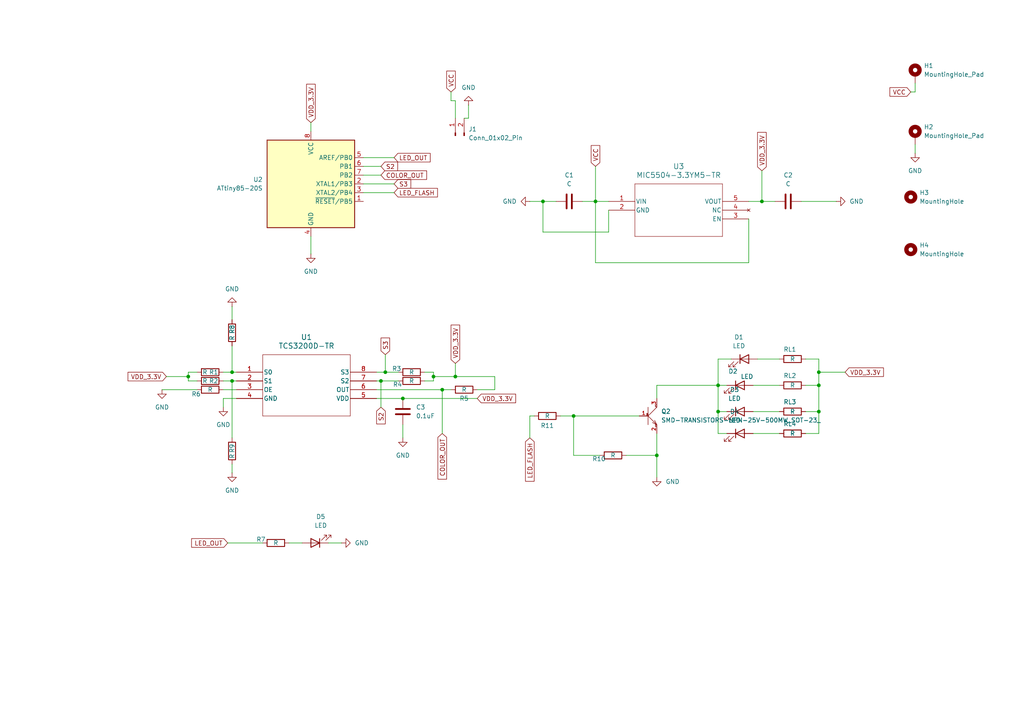
<source format=kicad_sch>
(kicad_sch (version 20231120) (generator "eeschema") (generator_version "8.0")
  (paper "A4")
  (lib_symbols
    (symbol "Connector:Conn_01x02_Pin" (pin_names (offset 1.016) hide)
      (property "Reference" "J" (at 0 2.54 0))
      (property "Value" "Conn_01x02_Pin" (at 0 -5.08 0))
      (symbol "Conn_01x02_Pin_1_1"
        (polyline (pts (xy 1.27 -2.54) (xy 0.8636 -2.54)) (stroke (width 0.1524)))
        (polyline (pts (xy 1.27 0) (xy 0.8636 0)) (stroke (width 0.1524)))
        (rectangle (start 0.8636 -2.413) (end 0 -2.667) (stroke (width 0.1524)) (fill (type outline)))
        (rectangle (start 0.8636 0.127) (end 0 -0.127) (stroke (width 0.1524)) (fill (type outline)))
        (pin passive line (at 5.08 0 180) (length 3.81) (name "Pin_1") (number "1"))
        (pin passive line (at 5.08 -2.54 180) (length 3.81) (name "Pin_2") (number "2"))
      )
    )
    (symbol "Device:C" (pin_numbers hide) (pin_names (offset 0.254))
      (property "Reference" "C" (at 0.635 2.54 0))
      (property "Value" "C" (at 0.635 -2.54 0))
      (symbol "C_0_1"
        (polyline (pts (xy -2.032 -0.762) (xy 2.032 -0.762)) (stroke (width 0.508)))
        (polyline (pts (xy -2.032 0.762) (xy 2.032 0.762)) (stroke (width 0.508)))
      )
      (symbol "C_1_1"
        (pin passive line (at 0 3.81 270) (length 2.794) (name "~") (number "1"))
        (pin passive line (at 0 -3.81 90) (length 2.794) (name "~") (number "2"))
      )
    )
    (symbol "Device:LED" (pin_numbers hide) (pin_names (offset 1.016) hide)
      (property "Reference" "D" (at 0 2.54 0))
      (property "Value" "LED" (at 0 -2.54 0))
      (symbol "LED_0_1"
        (polyline (pts (xy -1.27 -1.27) (xy -1.27 1.27)) (stroke (width 0.254)))
        (polyline (pts (xy -1.27 0) (xy 1.27 0)))
        (polyline (pts (xy 1.27 -1.27) (xy 1.27 1.27) (xy -1.27 0) (xy 1.27 -1.27)) (stroke (width 0.254)))
        (polyline (pts (xy -3.048 -0.762) (xy -4.572 -2.286) (xy -3.81 -2.286) (xy -4.572 -2.286) (xy -4.572 -1.524)))
        (polyline (pts (xy -1.778 -0.762) (xy -3.302 -2.286) (xy -2.54 -2.286) (xy -3.302 -2.286) (xy -3.302 -1.524)))
      )
      (symbol "LED_1_1"
        (pin passive line (at -3.81 0 0) (length 2.54) (name "K") (number "1"))
        (pin passive line (at 3.81 0 180) (length 2.54) (name "A") (number "2"))
      )
    )
    (symbol "Device:R" (pin_numbers hide) (pin_names (offset 0))
      (property "Reference" "R" (at 2.032 0 90))
      (property "Value" "R" (at 0 0 90))
      (symbol "R_0_1"
        (rectangle (start -1.016 -2.54) (end 1.016 2.54) (stroke (width 0.254)))
      )
      (symbol "R_1_1"
        (pin passive line (at 0 3.81 270) (length 1.27) (name "~") (number "1"))
        (pin passive line (at 0 -3.81 90) (length 1.27) (name "~") (number "2"))
      )
    )
    (symbol "MCU_Microchip_ATtiny:ATtiny85-20S"
      (property "Reference" "U" (at -12.7 13.97 0))
      (property "Value" "ATtiny85-20S" (at 2.54 -13.97 0))
      (symbol "ATtiny85-20S_0_1"
        (rectangle (start -12.7 -12.7) (end 12.7 12.7) (stroke (width 0.254)) (fill (type background)))
      )
      (symbol "ATtiny85-20S_1_1"
        (pin bidirectional line (at 15.24 -5.08 180) (length 2.54) (name "~{RESET}/PB5") (number "1"))
        (pin bidirectional line (at 15.24 0 180) (length 2.54) (name "XTAL1/PB3") (number "2"))
        (pin bidirectional line (at 15.24 -2.54 180) (length 2.54) (name "XTAL2/PB4") (number "3"))
        (pin power_in line (at 0 -15.24 90) (length 2.54) (name "GND") (number "4"))
        (pin bidirectional line (at 15.24 7.62 180) (length 2.54) (name "AREF/PB0") (number "5"))
        (pin bidirectional line (at 15.24 5.08 180) (length 2.54) (name "PB1") (number "6"))
        (pin bidirectional line (at 15.24 2.54 180) (length 2.54) (name "PB2") (number "7"))
        (pin power_in line (at 0 15.24 270) (length 2.54) (name "VCC") (number "8"))
      )
    )
    (symbol "MIC5504:MIC5504-3.3YM5-TR" (pin_names (offset 0.254))
      (property "Reference" "U" (at 20.32 10.16 0))
      (property "Value" "MIC5504-3.3YM5-TR" (at 20.32 7.62 0))
      (symbol "MIC5504-3.3YM5-TR_0_1"
        (polyline (pts (xy 7.62 -10.16) (xy 33.02 -10.16)) (stroke (width 0.127)))
        (polyline (pts (xy 7.62 5.08) (xy 7.62 -10.16)) (stroke (width 0.127)))
        (polyline (pts (xy 33.02 -10.16) (xy 33.02 5.08)) (stroke (width 0.127)))
        (polyline (pts (xy 33.02 5.08) (xy 7.62 5.08)) (stroke (width 0.127)))
        (pin input line (at 0 0 0) (length 7.62) (name "VIN") (number "1"))
        (pin power_in line (at 0 -2.54 0) (length 7.62) (name "GND") (number "2"))
        (pin input line (at 40.64 -5.08 180) (length 7.62) (name "EN") (number "3"))
        (pin no_connect line (at 40.64 -2.54 180) (length 7.62) (name "NC") (number "4"))
        (pin output line (at 40.64 0 180) (length 7.62) (name "VOUT") (number "5"))
      )
    )
    (symbol "Mechanical:MountingHole" (pin_names (offset 1.016)) (exclude_from_sim yes) (in_bom no)
      (property "Reference" "H" (at 0 5.08 0))
      (property "Value" "MountingHole" (at 0 3.175 0))
      (symbol "MountingHole_0_1"
        (circle (center 0 0) (radius 1.27) (stroke (width 1.27)))
      )
    )
    (symbol "Mechanical:MountingHole_Pad" (pin_numbers hide) (pin_names (offset 1.016) hide) (exclude_from_sim yes) (in_bom no)
      (property "Reference" "H" (at 0 6.35 0))
      (property "Value" "MountingHole_Pad" (at 0 4.445 0))
      (symbol "MountingHole_Pad_0_1"
        (circle (center 0 1.27) (radius 1.27) (stroke (width 1.27)))
      )
      (symbol "MountingHole_Pad_1_1"
        (pin input line (at 0 -2.54 90) (length 2.54) (name "1") (number "1"))
      )
    )
    (symbol "S8050:SMD-TRANSISTORS-NPN-25V-500MW_SOT-23_" (pin_names (offset 1.016))
      (property "Reference" "Q" (at -2.5444 2.5444 0))
      (property "Value" "SMD-TRANSISTORS-NPN-25V-500MW_SOT-23_" (at 3.8126 2.5418 0))
      (symbol "SMD-TRANSISTORS-NPN-25V-500MW_SOT-23__0_0"
        (polyline (pts (xy 0 -2.54) (xy 0 0)) (stroke (width 0.1524)))
        (polyline (pts (xy 0 0) (xy 0 2.54)) (stroke (width 0.1524)))
        (polyline (pts (xy 0 0) (xy 2.54 -2.54)) (stroke (width 0.1524)))
        (polyline (pts (xy 0 0) (xy 2.54 2.54)) (stroke (width 0.1524)))
        (polyline (pts (xy 2.54 -2.54) (xy 1.27 -1.905)) (stroke (width 0.1524)))
        (polyline (pts (xy 2.54 -2.54) (xy 1.905 -1.27)) (stroke (width 0.1524)))
        (text "B" (at -0.6355 0 0) (effects (font (size 0.6355 0.6355)) (justify left bottom)))
        (text "C" (at 1.9071 2.5427 0) (effects (font (size 0.6357 0.6357)) (justify left bottom)))
        (text "E" (at 1.9062 -3.177 0) (effects (font (size 0.6354 0.6354)) (justify left bottom)))
        (pin passive line (at -2.54 0 0) (length 2.54) (name "~") (number "1"))
        (pin passive line (at 2.54 -5.08 90) (length 2.54) (name "~") (number "2"))
        (pin passive line (at 2.54 5.08 270) (length 2.54) (name "~") (number "3"))
      )
    )
    (symbol "TCS3200:TCS3200D-TR" (pin_names (offset 0.254))
      (property "Reference" "U" (at 20.32 10.16 0))
      (property "Value" "TCS3200D-TR" (at 20.32 7.62 0))
      (symbol "TCS3200D-TR_0_1"
        (polyline (pts (xy 7.62 -12.7) (xy 33.02 -12.7)) (stroke (width 0.127)))
        (polyline (pts (xy 7.62 5.08) (xy 7.62 -12.7)) (stroke (width 0.127)))
        (polyline (pts (xy 33.02 -12.7) (xy 33.02 5.08)) (stroke (width 0.127)))
        (polyline (pts (xy 33.02 5.08) (xy 7.62 5.08)) (stroke (width 0.127)))
        (pin unspecified line (at 0 0 0) (length 7.62) (name "S0") (number "1"))
        (pin unspecified line (at 0 -2.54 0) (length 7.62) (name "S1") (number "2"))
        (pin unspecified line (at 0 -5.08 0) (length 7.62) (name "OE") (number "3"))
        (pin unspecified line (at 0 -7.62 0) (length 7.62) (name "GND") (number "4"))
        (pin unspecified line (at 40.64 -7.62 180) (length 7.62) (name "VDD") (number "5"))
        (pin unspecified line (at 40.64 -5.08 180) (length 7.62) (name "OUT") (number "6"))
        (pin unspecified line (at 40.64 -2.54 180) (length 7.62) (name "S2") (number "7"))
        (pin unspecified line (at 40.64 0 180) (length 7.62) (name "S3") (number "8"))
      )
    )
    (symbol "power:GND" (power) (pin_numbers hide) (pin_names (offset 0) hide)
      (property "Value" "GND" (at 0 -3.81 0))
      (symbol "GND_0_1"
        (polyline (pts (xy 0 0) (xy 0 -1.27) (xy 1.27 -1.27) (xy 0 -2.54) (xy -1.27 -1.27) (xy 0 -1.27)))
      )
      (symbol "GND_1_1"
        (pin power_in line (at 0 0 270) (length 0) (name "~") (number "1"))
      )
    )
  )
  (junction (at 237.49 111.76))
  (junction (at 67.31 110.49))
  (junction (at 237.49 119.38))
  (junction (at 166.37 120.65))
  (junction (at 110.49 110.49))
  (junction (at 190.5 132.08))
  (junction (at 125.73 109.22))
  (junction (at 128.27 113.03))
  (junction (at 132.08 109.22))
  (junction (at 116.84 115.57))
  (junction (at 208.28 111.76))
  (junction (at 54.61 109.22))
  (junction (at 208.28 119.38))
  (junction (at 111.76 107.95))
  (junction (at 67.31 107.95))
  (junction (at 237.49 107.95))
  (junction (at 172.72 58.42))
  (junction (at 157.48 58.42))
  (junction (at 220.98 58.42))
  (wire (pts (xy 95.25 157.48) (xy 99.06 157.48)))
  (wire (pts (xy 208.28 104.14) (xy 208.28 111.76)))
  (wire (pts (xy 157.48 67.31) (xy 157.48 58.42)))
  (wire (pts (xy 54.61 109.22) (xy 54.61 110.49)))
  (wire (pts (xy 83.82 157.48) (xy 87.63 157.48)))
  (wire (pts (xy 190.5 125.73) (xy 190.5 132.08)))
  (wire (pts (xy 64.77 113.03) (xy 68.58 113.03)))
  (wire (pts (xy 67.31 110.49) (xy 68.58 110.49)))
  (wire (pts (xy 208.28 125.73) (xy 210.82 125.73)))
  (wire (pts (xy 265.43 41.91) (xy 265.43 44.45)))
  (wire (pts (xy 105.41 50.8) (xy 110.49 50.8)))
  (wire (pts (xy 110.49 110.49) (xy 115.57 110.49)))
  (wire (pts (xy 109.22 115.57) (xy 116.84 115.57)))
  (wire (pts (xy 64.77 107.95) (xy 67.31 107.95)))
  (wire (pts (xy 212.09 104.14) (xy 208.28 104.14)))
  (wire (pts (xy 162.56 120.65) (xy 166.37 120.65)))
  (wire (pts (xy 105.41 53.34) (xy 114.3 53.34)))
  (wire (pts (xy 153.67 120.65) (xy 154.94 120.65)))
  (wire (pts (xy 64.77 115.57) (xy 68.58 115.57)))
  (wire (pts (xy 132.08 109.22) (xy 125.73 109.22)))
  (wire (pts (xy 173.99 132.08) (xy 166.37 132.08)))
  (wire (pts (xy 237.49 125.73) (xy 237.49 119.38)))
  (wire (pts (xy 218.44 111.76) (xy 226.06 111.76)))
  (wire (pts (xy 54.61 107.95) (xy 54.61 109.22)))
  (wire (pts (xy 116.84 115.57) (xy 138.43 115.57)))
  (wire (pts (xy 166.37 132.08) (xy 166.37 120.65)))
  (wire (pts (xy 66.04 157.48) (xy 76.2 157.48)))
  (wire (pts (xy 67.31 107.95) (xy 68.58 107.95)))
  (wire (pts (xy 64.77 110.49) (xy 67.31 110.49)))
  (wire (pts (xy 176.53 60.96) (xy 176.53 67.31)))
  (wire (pts (xy 157.48 58.42) (xy 161.29 58.42)))
  (wire (pts (xy 220.98 58.42) (xy 224.79 58.42)))
  (wire (pts (xy 54.61 110.49) (xy 57.15 110.49)))
  (wire (pts (xy 54.61 107.95) (xy 57.15 107.95)))
  (wire (pts (xy 105.41 55.88) (xy 114.3 55.88)))
  (wire (pts (xy 132.08 34.29) (xy 132.08 29.21)))
  (wire (pts (xy 232.41 58.42) (xy 242.57 58.42)))
  (wire (pts (xy 237.49 119.38) (xy 237.49 111.76)))
  (wire (pts (xy 181.61 132.08) (xy 190.5 132.08)))
  (wire (pts (xy 135.89 34.29) (xy 134.62 34.29)))
  (wire (pts (xy 90.17 35.56) (xy 90.17 38.1)))
  (wire (pts (xy 90.17 68.58) (xy 90.17 73.66)))
  (wire (pts (xy 172.72 48.26) (xy 172.72 58.42)))
  (wire (pts (xy 130.81 29.21) (xy 130.81 26.67)))
  (wire (pts (xy 237.49 107.95) (xy 237.49 104.14)))
  (wire (pts (xy 208.28 119.38) (xy 208.28 125.73)))
  (wire (pts (xy 166.37 120.65) (xy 185.42 120.65)))
  (wire (pts (xy 105.41 45.72) (xy 114.3 45.72)))
  (wire (pts (xy 111.76 102.87) (xy 111.76 107.95)))
  (wire (pts (xy 143.51 113.03) (xy 143.51 109.22)))
  (wire (pts (xy 264.16 26.67) (xy 265.43 26.67)))
  (wire (pts (xy 64.77 115.57) (xy 64.77 118.11)))
  (wire (pts (xy 208.28 119.38) (xy 210.82 119.38)))
  (wire (pts (xy 132.08 29.21) (xy 130.81 29.21)))
  (wire (pts (xy 143.51 109.22) (xy 132.08 109.22)))
  (wire (pts (xy 172.72 58.42) (xy 176.53 58.42)))
  (wire (pts (xy 218.44 125.73) (xy 226.06 125.73)))
  (wire (pts (xy 111.76 107.95) (xy 115.57 107.95)))
  (wire (pts (xy 132.08 105.41) (xy 132.08 109.22)))
  (wire (pts (xy 220.98 49.53) (xy 220.98 58.42)))
  (wire (pts (xy 109.22 113.03) (xy 128.27 113.03)))
  (wire (pts (xy 208.28 111.76) (xy 210.82 111.76)))
  (wire (pts (xy 219.71 104.14) (xy 226.06 104.14)))
  (wire (pts (xy 168.91 58.42) (xy 172.72 58.42)))
  (wire (pts (xy 135.89 30.48) (xy 135.89 34.29)))
  (wire (pts (xy 217.17 58.42) (xy 220.98 58.42)))
  (wire (pts (xy 116.84 123.19) (xy 116.84 127)))
  (wire (pts (xy 208.28 111.76) (xy 208.28 119.38)))
  (wire (pts (xy 190.5 132.08) (xy 190.5 138.43)))
  (wire (pts (xy 46.99 113.03) (xy 57.15 113.03)))
  (wire (pts (xy 48.26 109.22) (xy 54.61 109.22)))
  (wire (pts (xy 176.53 67.31) (xy 157.48 67.31)))
  (wire (pts (xy 237.49 107.95) (xy 245.11 107.95)))
  (wire (pts (xy 190.5 111.76) (xy 208.28 111.76)))
  (wire (pts (xy 67.31 134.62) (xy 67.31 137.16)))
  (wire (pts (xy 153.67 127) (xy 153.67 120.65)))
  (wire (pts (xy 190.5 115.57) (xy 190.5 111.76)))
  (wire (pts (xy 217.17 63.5) (xy 217.17 76.2)))
  (wire (pts (xy 233.68 125.73) (xy 237.49 125.73)))
  (wire (pts (xy 128.27 113.03) (xy 130.81 113.03)))
  (wire (pts (xy 67.31 110.49) (xy 67.31 127)))
  (wire (pts (xy 218.44 119.38) (xy 226.06 119.38)))
  (wire (pts (xy 109.22 107.95) (xy 111.76 107.95)))
  (wire (pts (xy 125.73 107.95) (xy 125.73 109.22)))
  (wire (pts (xy 265.43 24.13) (xy 265.43 26.67)))
  (wire (pts (xy 67.31 100.33) (xy 67.31 107.95)))
  (wire (pts (xy 110.49 110.49) (xy 110.49 118.11)))
  (wire (pts (xy 217.17 76.2) (xy 172.72 76.2)))
  (wire (pts (xy 237.49 111.76) (xy 237.49 107.95)))
  (wire (pts (xy 233.68 119.38) (xy 237.49 119.38)))
  (wire (pts (xy 67.31 88.9) (xy 67.31 92.71)))
  (wire (pts (xy 138.43 113.03) (xy 143.51 113.03)))
  (wire (pts (xy 123.19 110.49) (xy 125.73 110.49)))
  (wire (pts (xy 233.68 111.76) (xy 237.49 111.76)))
  (wire (pts (xy 237.49 104.14) (xy 233.68 104.14)))
  (wire (pts (xy 123.19 107.95) (xy 125.73 107.95)))
  (wire (pts (xy 153.67 58.42) (xy 157.48 58.42)))
  (wire (pts (xy 109.22 110.49) (xy 110.49 110.49)))
  (wire (pts (xy 128.27 125.73) (xy 128.27 113.03)))
  (wire (pts (xy 105.41 48.26) (xy 110.49 48.26)))
  (wire (pts (xy 125.73 109.22) (xy 125.73 110.49)))
  (wire (pts (xy 172.72 76.2) (xy 172.72 58.42)))
  (global_label "LED_FLASH" (shape input) (at 153.67 127 270) (property "Intersheetrefs" "${INTERSHEET_REFS}" (effects (hide yes))))
  (global_label "COLOR_OUT" (shape input) (at 110.49 50.8 0) (property "Intersheetrefs" "${INTERSHEET_REFS}" (effects (hide yes))))
  (global_label "S3" (shape input) (at 111.76 102.87 90) (property "Intersheetrefs" "${INTERSHEET_REFS}" (effects (hide yes))))
  (global_label "S2" (shape input) (at 110.49 48.26 0) (property "Intersheetrefs" "${INTERSHEET_REFS}" (effects (hide yes))))
  (global_label "LED_OUT" (shape input) (at 66.04 157.48 180) (property "Intersheetrefs" "${INTERSHEET_REFS}" (effects (hide yes))))
  (global_label "VCC" (shape input) (at 264.16 26.67 180) (property "Intersheetrefs" "${INTERSHEET_REFS}" (effects (hide yes))))
  (global_label "LED_OUT" (shape input) (at 114.3 45.72 0) (property "Intersheetrefs" "${INTERSHEET_REFS}" (effects (hide yes))))
  (global_label "VCC" (shape input) (at 172.72 48.26 90) (property "Intersheetrefs" "${INTERSHEET_REFS}" (effects (hide yes))))
  (global_label "VDD_3.3V" (shape input) (at 48.26 109.22 180) (property "Intersheetrefs" "${INTERSHEET_REFS}" (effects (hide yes))))
  (global_label "VDD_3.3V" (shape input) (at 138.43 115.57 0) (property "Intersheetrefs" "${INTERSHEET_REFS}" (effects (hide yes))))
  (global_label "COLOR_OUT" (shape input) (at 128.27 125.73 270) (property "Intersheetrefs" "${INTERSHEET_REFS}" (effects (hide yes))))
  (global_label "VDD_3.3V" (shape input) (at 220.98 49.53 90) (property "Intersheetrefs" "${INTERSHEET_REFS}" (effects (hide yes))))
  (global_label "S2" (shape input) (at 110.49 118.11 270) (property "Intersheetrefs" "${INTERSHEET_REFS}" (effects (hide yes))))
  (global_label "VCC" (shape input) (at 130.81 26.67 90) (property "Intersheetrefs" "${INTERSHEET_REFS}" (effects (hide yes))))
  (global_label "VDD_3.3V" (shape input) (at 245.11 107.95 0) (property "Intersheetrefs" "${INTERSHEET_REFS}" (effects (hide yes))))
  (global_label "LED_FLASH" (shape input) (at 114.3 55.88 0) (property "Intersheetrefs" "${INTERSHEET_REFS}" (effects (hide yes))))
  (global_label "VDD_3.3V" (shape input) (at 90.17 35.56 90) (property "Intersheetrefs" "${INTERSHEET_REFS}" (effects (hide yes))))
  (global_label "VDD_3.3V" (shape input) (at 132.08 105.41 90) (property "Intersheetrefs" "${INTERSHEET_REFS}" (effects (hide yes))))
  (global_label "S3" (shape input) (at 114.3 53.34 0) (property "Intersheetrefs" "${INTERSHEET_REFS}" (effects (hide yes))))
  (symbol (lib_id "TCS3200:TCS3200D-TR") (at 68.58 107.95 0) (unit 1)
    (property "Reference" "U1" (at 88.9 97.79 0) (effects (font (size 1.524 1.524))))
    (property "Value" "TCS3200D-TR" (at 88.9 100.33 0) (effects (font (size 1.524 1.524))))
    (property "Footprint" "TCS3200:SO_3200D-TR_AMS" (effects (hide yes)))
    (property "Datasheet" "TCS3200D-TR" (effects (hide yes)))
  )
  (symbol (lib_id "Device:R") (at 60.96 113.03 270) (unit 1)
    (property "Reference" "R6" (at 56.896 114.3 90))
    (property "Value" "R" (at 60.96 113.03 90))
    (property "Footprint" "Resistor_SMD:R_0603_1608Metric_Pad0.98x0.95mm_HandSolder" (effects (hide yes)))
    (property "Description" "Resistor" (effects (hide yes)))
  )
  (symbol (lib_id "power:GND") (at 153.67 58.42 270) (unit 1)
    (property "Reference" "#PWR01" (effects (hide yes)))
    (property "Value" "GND" (at 149.86 58.4199 90) (effects (justify right)))
    (property "Description" "Power symbol creates a global label with name \"GND\" , ground" (effects (hide yes)))
  )
  (symbol (lib_id "Device:R") (at 119.38 110.49 90) (unit 1)
    (property "Reference" "R4" (at 115.316 111.506 90))
    (property "Value" "R" (at 119.38 110.49 90))
    (property "Footprint" "Resistor_SMD:R_0603_1608Metric_Pad0.98x0.95mm_HandSolder" (effects (hide yes)))
    (property "Description" "Resistor" (effects (hide yes)))
  )
  (symbol (lib_id "Device:R") (at 229.87 104.14 90) (unit 1)
    (property "Reference" "RL1" (at 229.108 101.346 90))
    (property "Value" "R" (at 229.87 104.14 90))
    (property "Footprint" "Resistor_SMD:R_0603_1608Metric_Pad0.98x0.95mm_HandSolder" (effects (hide yes)))
    (property "Description" "Resistor" (effects (hide yes)))
  )
  (symbol (lib_id "power:GND") (at 67.31 88.9 180) (unit 1)
    (property "Reference" "#PWR05" (effects (hide yes)))
    (property "Value" "GND" (at 67.31 83.82 0))
    (property "Description" "Power symbol creates a global label with name \"GND\" , ground" (effects (hide yes)))
  )
  (symbol (lib_id "Device:R") (at 60.96 110.49 90) (unit 1)
    (property "Reference" "R2" (at 61.976 110.49 90))
    (property "Value" "R" (at 59.436 110.49 90))
    (property "Footprint" "Resistor_SMD:R_0603_1608Metric_Pad0.98x0.95mm_HandSolder" (effects (hide yes)))
    (property "Description" "Resistor" (effects (hide yes)))
  )
  (symbol (lib_id "Mechanical:MountingHole") (at 264.16 57.15 0) (unit 1) (exclude_from_sim yes) (in_bom no)
    (property "Reference" "H3" (at 266.7 55.8799 0) (effects (justify left)))
    (property "Value" "MountingHole" (at 266.7 58.4199 0) (effects (justify left)))
    (property "Footprint" "MountingHole:MT_Hole" (effects (hide yes)))
    (property "Description" "Mounting Hole without connection" (effects (hide yes)))
  )
  (symbol (lib_id "power:GND") (at 64.77 118.11 0) (unit 1)
    (property "Reference" "#PWR06" (effects (hide yes)))
    (property "Value" "GND" (at 64.77 123.19 0))
    (property "Description" "Power symbol creates a global label with name \"GND\" , ground" (effects (hide yes)))
  )
  (symbol (lib_id "Device:LED") (at 214.63 111.76 0) (unit 1)
    (property "Reference" "D2" (at 212.598 107.696 0))
    (property "Value" "LED" (at 216.662 109.22 0))
    (property "Footprint" "LED_THT:LED_D5.0mm" (effects (hide yes)))
    (property "Description" "Light emitting diode" (effects (hide yes)))
  )
  (symbol (lib_id "Device:R") (at 119.38 107.95 90) (unit 1)
    (property "Reference" "R3" (at 115.062 106.934 90))
    (property "Value" "R" (at 119.38 107.95 90))
    (property "Footprint" "Resistor_SMD:R_0603_1608Metric_Pad0.98x0.95mm_HandSolder" (effects (hide yes)))
    (property "Description" "Resistor" (effects (hide yes)))
  )
  (symbol (lib_id "Device:C") (at 116.84 119.38 180) (unit 1)
    (property "Reference" "C3" (at 120.65 118.1099 0) (effects (justify right)))
    (property "Value" "0.1uF" (at 120.65 120.6499 0) (effects (justify right)))
    (property "Footprint" "Capacitor_SMD:C_0603_1608Metric_Pad1.08x0.95mm_HandSolder" (effects (hide yes)))
    (property "Description" "Unpolarized capacitor" (effects (hide yes)))
  )
  (symbol (lib_id "power:GND") (at 90.17 73.66 0) (unit 1)
    (property "Reference" "#PWR03" (effects (hide yes)))
    (property "Value" "GND" (at 90.17 78.74 0))
    (property "Description" "Power symbol creates a global label with name \"GND\" , ground" (effects (hide yes)))
  )
  (symbol (lib_id "Device:R") (at 67.31 96.52 180) (unit 1)
    (property "Reference" "R8" (at 67.31 95.504 90))
    (property "Value" "R" (at 67.31 98.044 90))
    (property "Footprint" "Resistor_SMD:R_0603_1608Metric_Pad0.98x0.95mm_HandSolder" (effects (hide yes)))
    (property "Description" "Resistor" (effects (hide yes)))
  )
  (symbol (lib_id "MCU_Microchip_ATtiny:ATtiny85-20S") (at 90.17 53.34 0) (unit 1)
    (property "Reference" "U2" (at 76.2 52.0699 0) (effects (justify right)))
    (property "Value" "ATtiny85-20S" (at 76.2 54.6099 0) (effects (justify right)))
    (property "Footprint" "Package_SO:SOIC-8W_5.3x5.3mm_P1.27mm" (effects (hide yes)))
    (property "Datasheet" "http://ww1.microchip.com/downloads/en/DeviceDoc/atmel-2586-avr-8-bit-microcontroller-attiny25-attiny45-attiny85_datasheet.pdf" (effects (hide yes)))
    (property "Description" "20MHz, 8kB Flash, 512B SRAM, 512B EEPROM, debugWIRE, SOIC-8W" (effects (hide yes)))
  )
  (symbol (lib_id "power:GND") (at 265.43 44.45 0) (unit 1)
    (property "Reference" "#PWR012" (effects (hide yes)))
    (property "Value" "GND" (at 265.43 49.53 0))
    (property "Description" "Power symbol creates a global label with name \"GND\" , ground" (effects (hide yes)))
  )
  (symbol (lib_id "power:GND") (at 190.5 138.43 0) (unit 1)
    (property "Reference" "#PWR09" (effects (hide yes)))
    (property "Value" "GND" (at 193.04 139.6999 0) (effects (justify left)))
    (property "Description" "Power symbol creates a global label with name \"GND\" , ground" (effects (hide yes)))
  )
  (symbol (lib_id "Device:R") (at 229.87 125.73 90) (unit 1)
    (property "Reference" "RL4" (at 229.108 122.936 90))
    (property "Value" "R" (at 229.87 125.73 90))
    (property "Footprint" "Resistor_SMD:R_0603_1608Metric_Pad0.98x0.95mm_HandSolder" (effects (hide yes)))
    (property "Description" "Resistor" (effects (hide yes)))
  )
  (symbol (lib_id "Device:R") (at 80.01 157.48 90) (unit 1)
    (property "Reference" "R7" (at 75.692 156.464 90))
    (property "Value" "R" (at 80.01 157.48 90))
    (property "Footprint" "Resistor_SMD:R_0603_1608Metric_Pad0.98x0.95mm_HandSolder" (effects (hide yes)))
    (property "Description" "Resistor" (effects (hide yes)))
  )
  (symbol (lib_id "Device:LED") (at 215.9 104.14 0) (unit 1)
    (property "Reference" "D1" (at 214.3125 97.79 0))
    (property "Value" "LED" (at 214.3125 100.33 0))
    (property "Footprint" "LED_THT:LED_D5.0mm" (effects (hide yes)))
    (property "Description" "Light emitting diode" (effects (hide yes)))
  )
  (symbol (lib_id "Device:R") (at 134.62 113.03 90) (unit 1)
    (property "Reference" "R5" (at 134.62 115.57 90))
    (property "Value" "R" (at 134.62 113.03 90))
    (property "Footprint" "Resistor_SMD:R_0603_1608Metric_Pad0.98x0.95mm_HandSolder" (effects (hide yes)))
    (property "Description" "Resistor" (effects (hide yes)))
  )
  (symbol (lib_id "power:GND") (at 242.57 58.42 90) (unit 1)
    (property "Reference" "#PWR02" (effects (hide yes)))
    (property "Value" "GND" (at 246.38 58.4199 90) (effects (justify right)))
    (property "Description" "Power symbol creates a global label with name \"GND\" , ground" (effects (hide yes)))
  )
  (symbol (lib_id "Device:LED") (at 91.44 157.48 180) (unit 1)
    (property "Reference" "D5" (at 93.0275 149.86 0))
    (property "Value" "LED" (at 93.0275 152.4 0))
    (property "Footprint" "LED_SMD:LED_0805_2012Metric_Pad1.15x1.40mm_HandSolder" (effects (hide yes)))
    (property "Description" "Light emitting diode" (effects (hide yes)))
  )
  (symbol (lib_id "power:GND") (at 135.89 30.48 180) (unit 1)
    (property "Reference" "#PWR08" (effects (hide yes)))
    (property "Value" "GND" (at 135.89 25.4 0))
    (property "Description" "Power symbol creates a global label with name \"GND\" , ground" (effects (hide yes)))
  )
  (symbol (lib_id "Device:R") (at 229.87 119.38 90) (unit 1)
    (property "Reference" "RL3" (at 229.108 116.586 90))
    (property "Value" "R" (at 229.87 119.38 90))
    (property "Footprint" "Resistor_SMD:R_0603_1608Metric_Pad0.98x0.95mm_HandSolder" (effects (hide yes)))
    (property "Description" "Resistor" (effects (hide yes)))
  )
  (symbol (lib_id "S8050:SMD-TRANSISTORS-NPN-25V-500MW_SOT-23_") (at 187.96 120.65 0) (unit 1)
    (property "Reference" "Q2" (at 191.77 119.3341 0) (effects (justify left)))
    (property "Value" "SMD-TRANSISTORS-NPN-25V-500MW_SOT-23_" (at 191.77 121.8741 0) (effects (justify left)))
    (property "Footprint" "S8050:SOT-23" (effects (hide yes)))
    (property "MF" "Microdiode Electronics" (effects (hide yes)))
    (property "Description_1" "\n                        \n                            MOSFET N-CH 30V 55A/423A POWER56\n                        \n" (effects (hide yes)))
    (property "Package" "None" (effects (hide yes)))
    (property "MPN" "S8050" (effects (hide yes)))
    (property "Price" "None" (effects (hide yes)))
    (property "SnapEDA_Link" "https://www.snapeda.com/parts/S8050/Applied+Avionics/view-part/?ref=snap" (effects (hide yes)))
    (property "MP" "S8050" (effects (hide yes)))
    (property "Availability" "In Stock" (effects (hide yes)))
    (property "Check_prices" "https://www.snapeda.com/parts/S8050/Applied+Avionics/view-part/?ref=eda" (effects (hide yes)))
  )
  (symbol (lib_id "Mechanical:MountingHole_Pad") (at 265.43 39.37 0) (unit 1) (exclude_from_sim yes) (in_bom no)
    (property "Reference" "H2" (at 267.97 36.8299 0) (effects (justify left)))
    (property "Value" "MountingHole_Pad" (at 267.97 39.3699 0) (effects (justify left)))
    (property "Footprint" "MountingHole:MT_Hole" (effects (hide yes)))
    (property "Description" "Mounting Hole with connection" (effects (hide yes)))
  )
  (symbol (lib_id "Device:C") (at 165.1 58.42 90) (unit 1)
    (property "Reference" "C1" (at 165.1 50.8 90))
    (property "Value" "C" (at 165.1 53.34 90))
    (property "Footprint" "Capacitor_SMD:C_0603_1608Metric_Pad1.08x0.95mm_HandSolder" (effects (hide yes)))
    (property "Description" "Unpolarized capacitor" (effects (hide yes)))
  )
  (symbol (lib_id "Device:R") (at 67.31 130.81 180) (unit 1)
    (property "Reference" "R9" (at 67.31 130.048 90))
    (property "Value" "R" (at 67.31 132.334 90))
    (property "Footprint" "Resistor_SMD:R_0603_1608Metric_Pad0.98x0.95mm_HandSolder" (effects (hide yes)))
    (property "Description" "Resistor" (effects (hide yes)))
  )
  (symbol (lib_id "power:GND") (at 99.06 157.48 90) (unit 1)
    (property "Reference" "#PWR010" (effects (hide yes)))
    (property "Value" "GND" (at 102.87 157.4799 90) (effects (justify right)))
    (property "Description" "Power symbol creates a global label with name \"GND\" , ground" (effects (hide yes)))
  )
  (symbol (lib_id "Mechanical:MountingHole_Pad") (at 265.43 21.59 0) (unit 1) (exclude_from_sim yes) (in_bom no)
    (property "Reference" "H1" (at 267.97 19.0499 0) (effects (justify left)))
    (property "Value" "MountingHole_Pad" (at 267.97 21.5899 0) (effects (justify left)))
    (property "Footprint" "MountingHole:MT_Hole" (effects (hide yes)))
    (property "Description" "Mounting Hole with connection" (effects (hide yes)))
  )
  (symbol (lib_id "Device:R") (at 229.87 111.76 90) (unit 1)
    (property "Reference" "RL2" (at 229.108 108.966 90))
    (property "Value" "R" (at 229.87 111.76 90))
    (property "Footprint" "Resistor_SMD:R_0603_1608Metric_Pad0.98x0.95mm_HandSolder" (effects (hide yes)))
    (property "Description" "Resistor" (effects (hide yes)))
  )
  (symbol (lib_id "Device:LED") (at 214.63 119.38 0) (unit 1)
    (property "Reference" "D3" (at 213.0425 113.03 0))
    (property "Value" "LED" (at 213.0425 115.57 0))
    (property "Footprint" "LED_THT:LED_D5.0mm" (effects (hide yes)))
    (property "Description" "Light emitting diode" (effects (hide yes)))
  )
  (symbol (lib_id "Device:R") (at 158.75 120.65 90) (unit 1)
    (property "Reference" "R11" (at 158.75 123.444 90))
    (property "Value" "R" (at 158.75 120.65 90))
    (property "Footprint" "Resistor_SMD:R_0603_1608Metric_Pad0.98x0.95mm_HandSolder" (effects (hide yes)))
    (property "Description" "Resistor" (effects (hide yes)))
  )
  (symbol (lib_id "Connector:Conn_01x02_Pin") (at 132.08 39.37 90) (unit 1)
    (property "Reference" "J1" (at 135.89 37.4649 90) (effects (justify right)))
    (property "Value" "Conn_01x02_Pin" (at 135.89 40.0049 90) (effects (justify right)))
    (property "Footprint" "Connector_PinHeader_2.54mm:PinHeader_1x02_P2.54mm_Vertical" (effects (hide yes)))
    (property "Description" "Generic connector, single row, 01x02, script generated" (effects (hide yes)))
  )
  (symbol (lib_id "MIC5504:MIC5504-3.3YM5-TR") (at 176.53 58.42 0) (unit 1)
    (property "Reference" "U3" (at 196.85 48.26 0) (effects (font (size 1.524 1.524))))
    (property "Value" "MIC5504-3.3YM5-TR" (at 196.85 50.8 0) (effects (font (size 1.524 1.524))))
    (property "Footprint" "MIC5504:SOT-23-5_MC_MCH" (effects (hide yes)))
    (property "Datasheet" "MIC5504-3.3YM5-TR" (effects (hide yes)))
  )
  (symbol (lib_id "Device:C") (at 228.6 58.42 90) (unit 1)
    (property "Reference" "C2" (at 228.6 50.8 90))
    (property "Value" "C" (at 228.6 53.34 90))
    (property "Footprint" "Capacitor_SMD:C_0603_1608Metric_Pad1.08x0.95mm_HandSolder" (effects (hide yes)))
    (property "Description" "Unpolarized capacitor" (effects (hide yes)))
  )
  (symbol (lib_id "Device:R") (at 177.8 132.08 90) (unit 1)
    (property "Reference" "R10" (at 173.736 133.096 90))
    (property "Value" "R" (at 177.8 132.08 90))
    (property "Footprint" "Resistor_SMD:R_0603_1608Metric_Pad0.98x0.95mm_HandSolder" (effects (hide yes)))
    (property "Description" "Resistor" (effects (hide yes)))
  )
  (symbol (lib_id "power:GND") (at 67.31 137.16 0) (unit 1)
    (property "Reference" "#PWR011" (effects (hide yes)))
    (property "Value" "GND" (at 67.31 142.24 0))
    (property "Description" "Power symbol creates a global label with name \"GND\" , ground" (effects (hide yes)))
  )
  (symbol (lib_id "Mechanical:MountingHole") (at 264.16 72.39 0) (unit 1) (exclude_from_sim yes) (in_bom no)
    (property "Reference" "H4" (at 266.7 71.1199 0) (effects (justify left)))
    (property "Value" "MountingHole" (at 266.7 73.6599 0) (effects (justify left)))
    (property "Footprint" "MountingHole:MT_Hole" (effects (hide yes)))
    (property "Description" "Mounting Hole without connection" (effects (hide yes)))
  )
  (symbol (lib_id "power:GND") (at 116.84 127 0) (unit 1)
    (property "Reference" "#PWR04" (effects (hide yes)))
    (property "Value" "GND" (at 116.84 132.08 0))
    (property "Description" "Power symbol creates a global label with name \"GND\" , ground" (effects (hide yes)))
  )
  (symbol (lib_id "power:GND") (at 46.99 113.03 0) (unit 1)
    (property "Reference" "#PWR07" (effects (hide yes)))
    (property "Value" "GND" (at 46.99 118.11 0))
    (property "Description" "Power symbol creates a global label with name \"GND\" , ground" (effects (hide yes)))
  )
  (symbol (lib_id "Device:LED") (at 214.63 125.73 0) (unit 1)
    (property "Reference" "D4" (at 213.0425 119.38 0))
    (property "Value" "LED" (at 213.0425 121.92 0))
    (property "Footprint" "LED_THT:LED_D5.0mm" (effects (hide yes)))
    (property "Description" "Light emitting diode" (effects (hide yes)))
  )
  (symbol (lib_id "Device:R") (at 60.96 107.95 90) (unit 1)
    (property "Reference" "R1" (at 61.976 107.95 90))
    (property "Value" "R" (at 59.436 107.95 90))
    (property "Footprint" "Resistor_SMD:R_0603_1608Metric_Pad0.98x0.95mm_HandSolder" (effects (hide yes)))
    (property "Description" "Resistor" (effects (hide yes)))
  )
)
</source>
